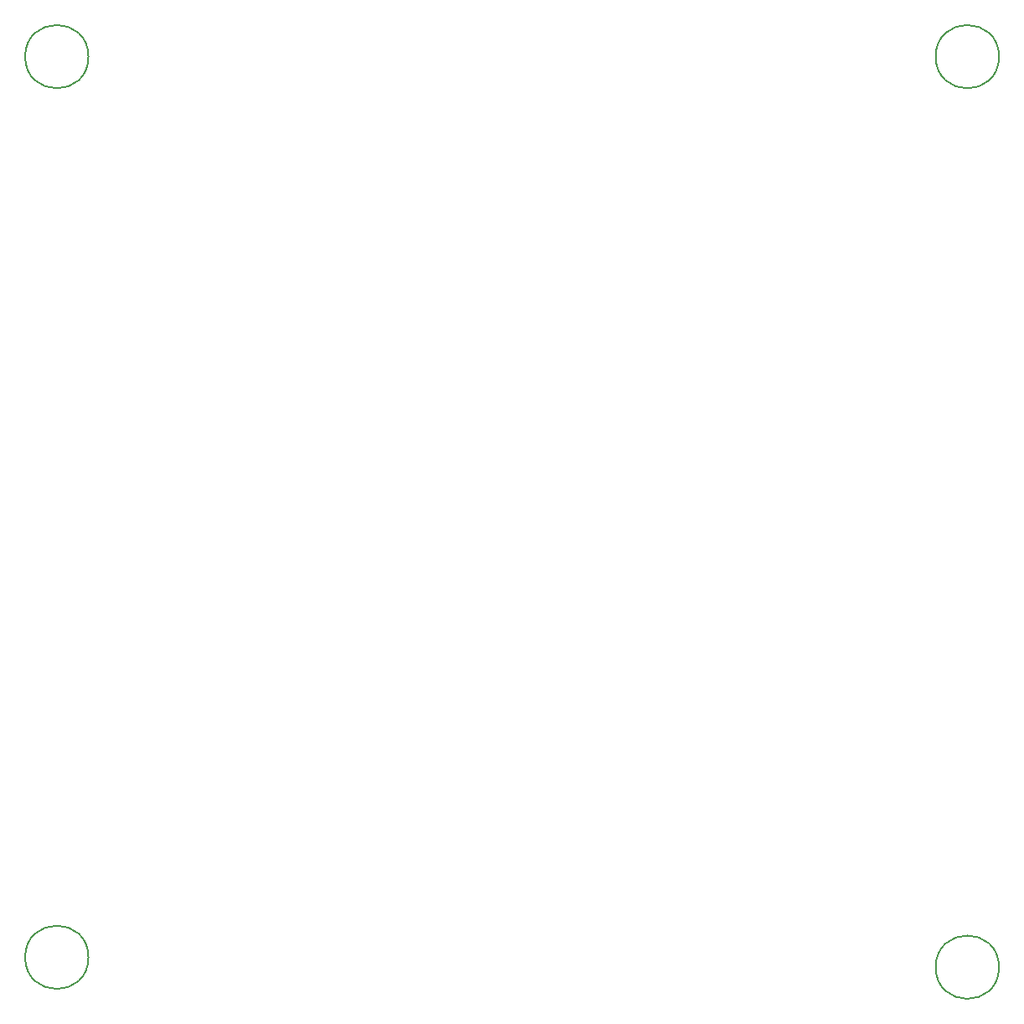
<source format=gbr>
%TF.GenerationSoftware,KiCad,Pcbnew,(6.0.1)*%
%TF.CreationDate,2023-02-05T18:59:54-08:00*%
%TF.ProjectId,Energy Monitor - Transformer PCB R2,456e6572-6779-4204-9d6f-6e69746f7220,rev?*%
%TF.SameCoordinates,Original*%
%TF.FileFunction,Other,Comment*%
%FSLAX46Y46*%
G04 Gerber Fmt 4.6, Leading zero omitted, Abs format (unit mm)*
G04 Created by KiCad (PCBNEW (6.0.1)) date 2023-02-05 18:59:54*
%MOMM*%
%LPD*%
G01*
G04 APERTURE LIST*
%ADD10C,0.150000*%
G04 APERTURE END LIST*
D10*
%TO.C,H4*%
X149200000Y-54000000D02*
G75*
G03*
X149200000Y-54000000I-3200000J0D01*
G01*
%TO.C,H3*%
X57200000Y-145000000D02*
G75*
G03*
X57200000Y-145000000I-3200000J0D01*
G01*
%TO.C,H2*%
X149200000Y-146000000D02*
G75*
G03*
X149200000Y-146000000I-3200000J0D01*
G01*
%TO.C,H1*%
X57200000Y-54000000D02*
G75*
G03*
X57200000Y-54000000I-3200000J0D01*
G01*
%TD*%
M02*

</source>
